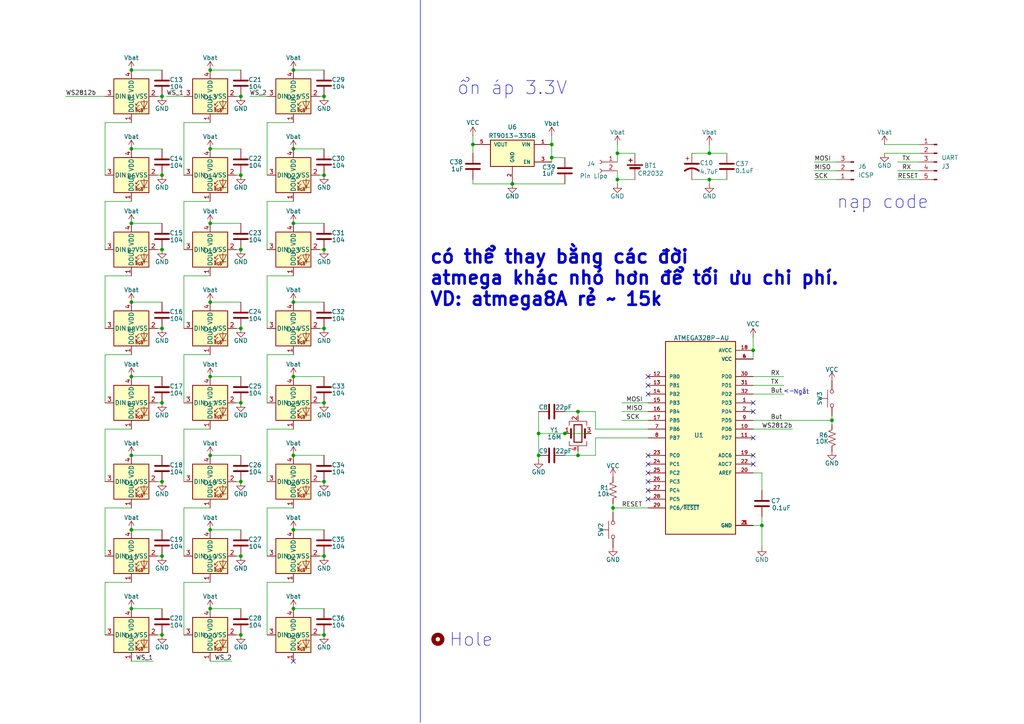
<source format=kicad_sch>
(kicad_sch (version 20231120) (generator "eeschema") (generator_version "8.0")
  (paper "A4")
  (lib_symbols
    (symbol "ATMEGA328P-AU:ATMEGA328P-AU" (pin_names (offset 1.016))
      (property "Reference" "U" (at -10.1755 29.2546 0))
      (property "Value" "ATMEGA328P-AU" (at -10.1669 -31.7714 0))
      (symbol "ATMEGA328P-AU_0_0"
        (pin bidirectional line (at 15.24 10.16 180) (length 5.08) (name "PD3") (number "1"))
        (pin bidirectional line (at 15.24 2.54 180) (length 5.08) (name "PD6") (number "10"))
        (pin bidirectional line (at 15.24 0 180) (length 5.08) (name "PD7") (number "11"))
        (pin bidirectional line (at -15.24 17.78 0) (length 5.08) (name "PB0") (number "12"))
        (pin bidirectional line (at -15.24 15.24 0) (length 5.08) (name "PB1") (number "13"))
        (pin bidirectional line (at -15.24 12.7 0) (length 5.08) (name "PB2") (number "14"))
        (pin bidirectional line (at -15.24 10.16 0) (length 5.08) (name "PB3") (number "15"))
        (pin bidirectional line (at -15.24 7.62 0) (length 5.08) (name "PB4") (number "16"))
        (pin bidirectional line (at -15.24 5.08 0) (length 5.08) (name "PB5") (number "17"))
        (pin power_in line (at 15.24 25.4 180) (length 5.08) (name "AVCC") (number "18"))
        (pin bidirectional line (at 15.24 -5.08 180) (length 5.08) (name "ADC6") (number "19"))
        (pin bidirectional line (at 15.24 7.62 180) (length 5.08) (name "PD4") (number "2"))
        (pin input line (at 15.24 -10.16 180) (length 5.08) (name "AREF") (number "20"))
        (pin power_in line (at 15.24 -25.4 180) (length 5.08) (name "GND") (number "21"))
        (pin bidirectional line (at 15.24 -7.62 180) (length 5.08) (name "ADC7") (number "22"))
        (pin bidirectional line (at -15.24 -5.08 0) (length 5.08) (name "PC0") (number "23"))
        (pin bidirectional line (at -15.24 -7.62 0) (length 5.08) (name "PC1") (number "24"))
        (pin bidirectional line (at -15.24 -10.16 0) (length 5.08) (name "PC2") (number "25"))
        (pin bidirectional line (at -15.24 -12.7 0) (length 5.08) (name "PC3") (number "26"))
        (pin bidirectional line (at -15.24 -15.24 0) (length 5.08) (name "PC4") (number "27"))
        (pin bidirectional line (at -15.24 -17.78 0) (length 5.08) (name "PC5") (number "28"))
        (pin bidirectional line (at -15.24 -20.32 0) (length 5.08) (name "PC6/~{RESET}") (number "29"))
        (pin power_in line (at 15.24 -25.4 180) (length 5.08) (name "GND") (number "3"))
        (pin bidirectional line (at 15.24 17.78 180) (length 5.08) (name "PD0") (number "30"))
        (pin bidirectional line (at 15.24 15.24 180) (length 5.08) (name "PD1") (number "31"))
        (pin bidirectional line (at 15.24 12.7 180) (length 5.08) (name "PD2") (number "32"))
        (pin power_in line (at 15.24 22.86 180) (length 5.08) (name "VCC") (number "4"))
        (pin power_in line (at 15.24 -25.4 180) (length 5.08) (name "GND") (number "5"))
        (pin power_in line (at 15.24 22.86 180) (length 5.08) (name "VCC") (number "6"))
        (pin bidirectional line (at -15.24 2.54 0) (length 5.08) (name "PB6") (number "7"))
        (pin bidirectional line (at -15.24 0 0) (length 5.08) (name "PB7") (number "8"))
        (pin bidirectional line (at 15.24 5.08 180) (length 5.08) (name "PD5") (number "9"))
      )
    )
    (symbol "Connector:Conn_01x02_Socket" (pin_names (offset 1.016) hide)
      (property "Reference" "J" (at 0 2.54 0))
      (property "Value" "Conn_01x02_Socket" (at 0 -5.08 0))
      (symbol "Conn_01x02_Socket_1_1"
        (pin passive line (at -5.08 0 0) (length 3.81) (name "Pin_1") (number "1"))
        (pin passive line (at -5.08 -2.54 0) (length 3.81) (name "Pin_2") (number "2"))
      )
    )
    (symbol "Connector:Conn_01x03_Pin" (pin_names (offset 1.016) hide)
      (property "Reference" "J" (at 0 5.08 0))
      (property "Value" "Conn_01x03_Pin" (at 0 -5.08 0))
      (symbol "Conn_01x03_Pin_1_1"
        (pin passive line (at 5.08 2.54 180) (length 3.81) (name "Pin_1") (number "1"))
        (pin passive line (at 5.08 0 180) (length 3.81) (name "Pin_2") (number "2"))
        (pin passive line (at 5.08 -2.54 180) (length 3.81) (name "Pin_3") (number "3"))
      )
    )
    (symbol "Connector:Conn_01x05_Pin" (pin_names (offset 1.016) hide)
      (property "Reference" "J" (at 0 7.62 0))
      (property "Value" "Conn_01x05_Pin" (at 0 -7.62 0))
      (symbol "Conn_01x05_Pin_1_1"
        (pin passive line (at 5.08 5.08 180) (length 3.81) (name "Pin_1") (number "1"))
        (pin passive line (at 5.08 2.54 180) (length 3.81) (name "Pin_2") (number "2"))
        (pin passive line (at 5.08 0 180) (length 3.81) (name "Pin_3") (number "3"))
        (pin passive line (at 5.08 -2.54 180) (length 3.81) (name "Pin_4") (number "4"))
        (pin passive line (at 5.08 -5.08 180) (length 3.81) (name "Pin_5") (number "5"))
      )
    )
    (symbol "Device:Battery_Cell" (pin_numbers hide) (pin_names (offset 0) hide)
      (property "Reference" "BT" (at 2.54 2.54 0))
      (property "Value" "Battery_Cell" (at 2.54 0 0))
      (symbol "Battery_Cell_1_1"
        (pin passive line (at 0 5.08 270) (length 2.54) (name "+") (number "1"))
        (pin passive line (at 0 -2.54 90) (length 2.54) (name "-") (number "2"))
      )
    )
    (symbol "Device:C" (pin_numbers hide) (pin_names (offset 0.254))
      (property "Reference" "C" (at 0.635 2.54 0))
      (property "Value" "C" (at 0.635 -2.54 0))
      (symbol "C_1_1"
        (pin passive line (at 0 3.81 270) (length 2.794) (name "~") (number "1"))
        (pin passive line (at 0 -3.81 90) (length 2.794) (name "~") (number "2"))
      )
    )
    (symbol "Device:C_Polarized_US" (pin_numbers hide) (pin_names (offset 0.254) hide)
      (property "Reference" "C" (at 0.635 2.54 0))
      (property "Value" "C_Polarized_US" (at 0.635 -2.54 0))
      (symbol "C_Polarized_US_1_1"
        (pin passive line (at 0 3.81 270) (length 2.794) (name "~") (number "1"))
        (pin passive line (at 0 -3.81 90) (length 3.302) (name "~") (number "2"))
      )
    )
    (symbol "Device:Crystal_GND24" (pin_names (offset 1.016) hide)
      (property "Reference" "Y" (at 3.175 5.08 0))
      (property "Value" "Crystal_GND24" (at 3.175 3.175 0))
      (symbol "Crystal_GND24_1_1"
        (pin passive line (at -3.81 0 0) (length 1.27) (name "1") (number "1"))
        (pin passive line (at 0 5.08 270) (length 1.27) (name "2") (number "2"))
        (pin passive line (at 3.81 0 180) (length 1.27) (name "3") (number "3"))
        (pin passive line (at 0 -5.08 90) (length 1.27) (name "4") (number "4"))
      )
    )
    (symbol "Device:R_US" (pin_numbers hide) (pin_names (offset 0))
      (property "Reference" "R" (at 2.54 0 90))
      (property "Value" "R_US" (at -2.54 0 90))
      (symbol "R_US_1_1"
        (pin passive line (at 0 3.81 270) (length 1.27) (name "~") (number "1"))
        (pin passive line (at 0 -3.81 90) (length 1.27) (name "~") (number "2"))
      )
    )
    (symbol "LED:WS2812B-2020" (pin_names (offset 0.254))
      (property "Reference" "D" (at 5.08 5.715 0))
      (property "Value" "WS2812B-2020" (at 1.27 -5.715 0))
      (symbol "WS2812B-2020_0_0"
        (text "RGB" (at 2.286 -4.191 0) (effects (font (size 0.762 0.762))))
      )
      (symbol "WS2812B-2020_1_1"
        (pin output line (at 0 -7.62 90) (length 2.54) (name "DOUT") (number "1"))
        (pin power_in line (at 7.62 0 180) (length 2.54) (name "VSS") (number "2"))
        (pin input line (at -7.62 0 0) (length 2.54) (name "DIN") (number "3"))
        (pin power_in line (at 0 7.62 270) (length 2.54) (name "VDD") (number "4"))
      )
    )
    (symbol "Mechanical:MountingHole" (pin_names (offset 1.016)) (exclude_from_sim yes) (in_bom no)
      (property "Reference" "H" (at 0 5.08 0))
      (property "Value" "MountingHole" (at 0 3.175 0))
    )
    (symbol "RT9013-33GB:RT9013-33GB" (pin_names (offset 1.016))
      (property "Reference" "U" (at -1.016 2.032 0))
      (property "Value" "RT9013-33GB" (at -6.858 -4.064 0))
      (symbol "RT9013-33GB_0_0"
        (pin power_in line (at -11.43 2.54 0) (length 5.08) (name "VIN") (number "1"))
        (pin power_in line (at 0 -8.89 90) (length 5.08) (name "GND") (number "2"))
        (pin input line (at -11.43 -2.54 0) (length 5.08) (name "EN") (number "3"))
        (pin output line (at 11.43 2.54 180) (length 5.08) (name "VOUT") (number "5"))
      )
    )
    (symbol "Switch:SW_Push" (pin_numbers hide) (pin_names (offset 1.016) hide)
      (property "Reference" "SW" (at 1.27 2.54 0))
      (property "Value" "SW_Push" (at 0 -1.524 0))
      (symbol "SW_Push_0_1"
        (pin passive line (at -5.08 0 0) (length 2.54) (name "1") (number "1"))
        (pin passive line (at 5.08 0 180) (length 2.54) (name "2") (number "2"))
      )
    )
    (symbol "power:GND" (power) (pin_numbers hide) (pin_names (offset 0) hide)
      (property "Value" "GND" (at 0 -3.81 0))
      (symbol "GND_1_1"
        (pin power_in line (at 0 0 270) (length 0) (name "~") (number "1"))
      )
    )
    (symbol "power:VBUS" (power) (pin_numbers hide) (pin_names (offset 0) hide)
      (property "Value" "VBUS" (at 0 3.556 0))
      (symbol "VBUS_1_1"
        (pin power_in line (at 0 0 90) (length 0) (name "~") (number "1"))
      )
    )
    (symbol "power:VCC" (power) (pin_numbers hide) (pin_names (offset 0) hide)
      (property "Value" "VCC" (at 0 3.556 0))
      (symbol "VCC_1_1"
        (pin power_in line (at 0 0 90) (length 0) (name "~") (number "1"))
      )
    )
  )
  (junction (at 93.98 184.15))
  (junction (at 60.96 43.18))
  (junction (at 46.99 139.7))
  (junction (at 60.96 20.32))
  (junction (at 93.98 27.94))
  (junction (at 60.96 64.77))
  (junction (at 85.09 20.32))
  (junction (at 85.09 109.22))
  (junction (at 85.09 176.53))
  (junction (at 69.85 184.15))
  (junction (at 69.85 95.25))
  (junction (at 163.83 125.73))
  (junction (at 38.1 43.18))
  (junction (at 38.1 87.63))
  (junction (at 60.96 109.22))
  (junction (at 60.96 153.67))
  (junction (at 69.85 116.84))
  (junction (at 205.74 44.45))
  (junction (at 38.1 176.53))
  (junction (at 60.96 132.08))
  (junction (at 148.59 53.34))
  (junction (at 60.96 176.53))
  (junction (at 156.21 132.08))
  (junction (at 46.99 95.25))
  (junction (at 218.44 101.6))
  (junction (at 46.99 72.39))
  (junction (at 179.07 52.07))
  (junction (at 241.3 121.92))
  (junction (at 93.98 161.29))
  (junction (at 220.98 152.4))
  (junction (at 85.09 132.08))
  (junction (at 167.64 119.38))
  (junction (at 69.85 161.29))
  (junction (at 167.64 132.08))
  (junction (at 46.99 27.94))
  (junction (at 85.09 153.67))
  (junction (at 85.09 43.18))
  (junction (at 69.85 50.8))
  (junction (at 85.09 87.63))
  (junction (at 93.98 50.8))
  (junction (at 93.98 116.84))
  (junction (at 38.1 64.77))
  (junction (at 46.99 161.29))
  (junction (at 93.98 139.7))
  (junction (at 160.02 45.72))
  (junction (at 177.8 147.32))
  (junction (at 205.74 52.07))
  (junction (at 38.1 109.22))
  (junction (at 46.99 116.84))
  (junction (at 69.85 72.39))
  (junction (at 179.07 44.45))
  (junction (at 137.16 41.91))
  (junction (at 38.1 132.08))
  (junction (at 85.09 64.77))
  (junction (at 38.1 20.32))
  (junction (at 160.02 41.91))
  (junction (at 38.1 153.67))
  (junction (at 93.98 95.25))
  (junction (at 69.85 139.7))
  (junction (at 69.85 27.94))
  (junction (at 46.99 50.8))
  (junction (at 60.96 87.63))
  (junction (at 46.99 184.15))
  (junction (at 93.98 72.39))
  (junction (at 156.21 125.73))
  (no_connect (at 218.44 127))
  (no_connect (at 85.09 191.77))
  (no_connect (at 187.96 139.7))
  (no_connect (at 187.96 144.78))
  (no_connect (at 218.44 116.84))
  (no_connect (at 218.44 132.08))
  (no_connect (at 187.96 134.62))
  (no_connect (at 187.96 109.22))
  (no_connect (at 218.44 119.38))
  (no_connect (at 187.96 114.3))
  (no_connect (at 187.96 142.24))
  (no_connect (at 218.44 134.62))
  (no_connect (at 187.96 132.08))
  (no_connect (at 187.96 137.16))
  (no_connect (at 187.96 111.76))
  (wire (pts (xy 218.44 109.22) (xy 227.33 109.22)))
  (wire (pts (xy 38.1 102.87) (xy 30.48 102.87)))
  (wire (pts (xy 38.1 153.67) (xy 46.99 153.67)))
  (wire (pts (xy 218.44 101.6) (xy 218.44 104.14)))
  (wire (pts (xy 30.48 80.01) (xy 30.48 95.25)))
  (wire (pts (xy 85.09 109.22) (xy 93.98 109.22)))
  (wire (pts (xy 53.34 124.46) (xy 53.34 139.7)))
  (wire (pts (xy 77.47 168.91) (xy 77.47 184.15)))
  (wire (pts (xy 180.34 119.38) (xy 187.96 119.38)))
  (wire (pts (xy 38.1 124.46) (xy 30.48 124.46)))
  (wire (pts (xy 45.72 95.25) (xy 46.99 95.25)))
  (wire (pts (xy 38.1 35.56) (xy 30.48 35.56)))
  (wire (pts (xy 30.48 147.32) (xy 30.48 161.29)))
  (wire (pts (xy 45.72 72.39) (xy 46.99 72.39)))
  (wire (pts (xy 68.58 72.39) (xy 69.85 72.39)))
  (wire (pts (xy 60.96 109.22) (xy 69.85 109.22)))
  (wire (pts (xy 200.66 52.07) (xy 205.74 52.07)))
  (wire (pts (xy 77.47 124.46) (xy 77.47 139.7)))
  (wire (pts (xy 92.71 27.94) (xy 93.98 27.94)))
  (wire (pts (xy 68.58 139.7) (xy 69.85 139.7)))
  (wire (pts (xy 19.05 27.94) (xy 30.48 27.94)))
  (wire (pts (xy 218.44 97.79) (xy 218.44 101.6)))
  (wire (pts (xy 241.3 121.92) (xy 241.3 123.19)))
  (wire (pts (xy 256.54 44.45) (xy 266.7 44.45)))
  (wire (pts (xy 163.83 125.73) (xy 171.45 125.73)))
  (wire (pts (xy 260.35 52.07) (xy 266.7 52.07)))
  (wire (pts (xy 205.74 44.45) (xy 200.66 44.45)))
  (wire (pts (xy 53.34 35.56) (xy 53.34 50.8)))
  (wire (pts (xy 38.1 58.42) (xy 30.48 58.42)))
  (wire (pts (xy 220.98 152.4) (xy 218.44 152.4)))
  (wire (pts (xy 179.07 49.53) (xy 179.07 52.07)))
  (wire (pts (xy 53.34 102.87) (xy 53.34 116.84)))
  (wire (pts (xy 160.02 41.91) (xy 160.02 45.72)))
  (wire (pts (xy 172.72 124.46) (xy 187.96 124.46)))
  (wire (pts (xy 45.72 116.84) (xy 46.99 116.84)))
  (wire (pts (xy 60.96 87.63) (xy 69.85 87.63)))
  (wire (pts (xy 77.47 35.56) (xy 77.47 50.8)))
  (wire (pts (xy 92.71 50.8) (xy 93.98 50.8)))
  (wire (pts (xy 30.48 102.87) (xy 30.48 116.84)))
  (wire (pts (xy 179.07 53.34) (xy 179.07 52.07)))
  (wire (pts (xy 236.22 46.99) (xy 242.57 46.99)))
  (wire (pts (xy 30.48 124.46) (xy 30.48 139.7)))
  (wire (pts (xy 160.02 45.72) (xy 160.02 46.99)))
  (wire (pts (xy 68.58 95.25) (xy 69.85 95.25)))
  (wire (pts (xy 163.83 53.34) (xy 148.59 53.34)))
  (wire (pts (xy 45.72 161.29) (xy 46.99 161.29)))
  (wire (pts (xy 45.72 50.8) (xy 46.99 50.8)))
  (wire (pts (xy 156.21 125.73) (xy 156.21 132.08)))
  (wire (pts (xy 38.1 176.53) (xy 46.99 176.53)))
  (wire (pts (xy 72.39 27.94) (xy 77.47 27.94)))
  (wire (pts (xy 156.21 125.73) (xy 163.83 125.73)))
  (wire (pts (xy 53.34 58.42) (xy 53.34 72.39)))
  (wire (pts (xy 256.54 41.91) (xy 266.7 41.91)))
  (wire (pts (xy 38.1 80.01) (xy 30.48 80.01)))
  (wire (pts (xy 38.1 168.91) (xy 30.48 168.91)))
  (wire (pts (xy 160.02 39.37) (xy 160.02 41.91)))
  (wire (pts (xy 172.72 124.46) (xy 172.72 119.38)))
  (wire (pts (xy 60.96 168.91) (xy 53.34 168.91)))
  (wire (pts (xy 85.09 124.46) (xy 77.47 124.46)))
  (wire (pts (xy 92.71 161.29) (xy 93.98 161.29)))
  (wire (pts (xy 53.34 168.91) (xy 53.34 184.15)))
  (wire (pts (xy 38.1 132.08) (xy 46.99 132.08)))
  (wire (pts (xy 92.71 72.39) (xy 93.98 72.39)))
  (wire (pts (xy 85.09 20.32) (xy 93.98 20.32)))
  (wire (pts (xy 180.34 121.92) (xy 187.96 121.92)))
  (wire (pts (xy 38.1 64.77) (xy 46.99 64.77)))
  (wire (pts (xy 220.98 137.16) (xy 218.44 137.16)))
  (wire (pts (xy 180.34 116.84) (xy 187.96 116.84)))
  (wire (pts (xy 60.96 43.18) (xy 69.85 43.18)))
  (wire (pts (xy 85.09 64.77) (xy 93.98 64.77)))
  (wire (pts (xy 77.47 58.42) (xy 77.47 72.39)))
  (wire (pts (xy 85.09 43.18) (xy 93.98 43.18)))
  (polyline (pts (xy 121.92 0) (xy 121.92 209.55)))
  (wire (pts (xy 53.34 147.32) (xy 53.34 161.29)))
  (wire (pts (xy 60.96 124.46) (xy 53.34 124.46)))
  (wire (pts (xy 53.34 80.01) (xy 53.34 95.25)))
  (wire (pts (xy 85.09 58.42) (xy 77.47 58.42)))
  (wire (pts (xy 38.1 87.63) (xy 46.99 87.63)))
  (wire (pts (xy 179.07 52.07) (xy 184.15 52.07)))
  (wire (pts (xy 236.22 52.07) (xy 242.57 52.07)))
  (wire (pts (xy 38.1 20.32) (xy 46.99 20.32)))
  (wire (pts (xy 68.58 27.94) (xy 69.85 27.94)))
  (wire (pts (xy 48.26 27.94) (xy 53.34 27.94)))
  (wire (pts (xy 179.07 46.99) (xy 179.07 44.45)))
  (wire (pts (xy 38.1 147.32) (xy 30.48 147.32)))
  (wire (pts (xy 137.16 39.37) (xy 137.16 41.91)))
  (wire (pts (xy 60.96 176.53) (xy 69.85 176.53)))
  (wire (pts (xy 77.47 147.32) (xy 77.47 161.29)))
  (wire (pts (xy 68.58 116.84) (xy 69.85 116.84)))
  (wire (pts (xy 30.48 58.42) (xy 30.48 72.39)))
  (wire (pts (xy 85.09 168.91) (xy 77.47 168.91)))
  (wire (pts (xy 60.96 80.01) (xy 53.34 80.01)))
  (wire (pts (xy 167.64 119.38) (xy 172.72 119.38)))
  (wire (pts (xy 177.8 146.05) (xy 177.8 147.32)))
  (wire (pts (xy 38.1 43.18) (xy 46.99 43.18)))
  (wire (pts (xy 92.71 95.25) (xy 93.98 95.25)))
  (wire (pts (xy 92.71 116.84) (xy 93.98 116.84)))
  (wire (pts (xy 137.16 44.45) (xy 137.16 41.91)))
  (wire (pts (xy 218.44 121.92) (xy 241.3 121.92)))
  (wire (pts (xy 179.07 44.45) (xy 184.15 44.45)))
  (wire (pts (xy 156.21 132.08) (xy 156.21 133.35)))
  (wire (pts (xy 220.98 142.24) (xy 220.98 137.16)))
  (wire (pts (xy 163.83 132.08) (xy 167.64 132.08)))
  (wire (pts (xy 172.72 127) (xy 172.72 132.08)))
  (wire (pts (xy 60.96 132.08) (xy 69.85 132.08)))
  (wire (pts (xy 179.07 41.91) (xy 179.07 44.45)))
  (wire (pts (xy 241.3 120.65) (xy 241.3 121.92)))
  (wire (pts (xy 137.16 53.34) (xy 148.59 53.34)))
  (wire (pts (xy 85.09 35.56) (xy 77.47 35.56)))
  (wire (pts (xy 60.96 35.56) (xy 53.34 35.56)))
  (wire (pts (xy 60.96 147.32) (xy 53.34 147.32)))
  (wire (pts (xy 77.47 80.01) (xy 77.47 95.25)))
  (wire (pts (xy 85.09 176.53) (xy 93.98 176.53)))
  (wire (pts (xy 85.09 132.08) (xy 93.98 132.08)))
  (wire (pts (xy 68.58 184.15) (xy 69.85 184.15)))
  (wire (pts (xy 137.16 53.34) (xy 137.16 52.07)))
  (wire (pts (xy 220.98 149.86) (xy 220.98 152.4)))
  (wire (pts (xy 45.72 139.7) (xy 46.99 139.7)))
  (wire (pts (xy 85.09 147.32) (xy 77.47 147.32)))
  (wire (pts (xy 85.09 153.67) (xy 93.98 153.67)))
  (wire (pts (xy 167.64 130.81) (xy 167.64 132.08)))
  (wire (pts (xy 38.1 109.22) (xy 46.99 109.22)))
  (wire (pts (xy 220.98 152.4) (xy 220.98 158.75)))
  (wire (pts (xy 60.96 64.77) (xy 69.85 64.77)))
  (wire (pts (xy 60.96 191.77) (xy 67.31 191.77)))
  (wire (pts (xy 60.96 20.32) (xy 69.85 20.32)))
  (wire (pts (xy 30.48 35.56) (xy 30.48 50.8)))
  (wire (pts (xy 68.58 161.29) (xy 69.85 161.29)))
  (wire (pts (xy 156.21 119.38) (xy 156.21 125.73)))
  (wire (pts (xy 205.74 53.34) (xy 205.74 52.07)))
  (wire (pts (xy 236.22 49.53) (xy 242.57 49.53)))
  (wire (pts (xy 260.35 46.99) (xy 266.7 46.99)))
  (wire (pts (xy 205.74 52.07) (xy 210.82 52.07)))
  (wire (pts (xy 45.72 184.15) (xy 46.99 184.15)))
  (wire (pts (xy 172.72 127) (xy 187.96 127)))
  (wire (pts (xy 85.09 102.87) (xy 77.47 102.87)))
  (wire (pts (xy 38.1 191.77) (xy 44.45 191.77)))
  (wire (pts (xy 163.83 45.72) (xy 160.02 45.72)))
  (wire (pts (xy 77.47 102.87) (xy 77.47 116.84)))
  (wire (pts (xy 163.83 119.38) (xy 167.64 119.38)))
  (wire (pts (xy 92.71 139.7) (xy 93.98 139.7)))
  (wire (pts (xy 177.8 147.32) (xy 187.96 147.32)))
  (wire (pts (xy 260.35 49.53) (xy 266.7 49.53)))
  (wire (pts (xy 205.74 41.91) (xy 205.74 44.45)))
  (wire (pts (xy 218.44 124.46) (xy 229.87 124.46)))
  (wire (pts (xy 60.96 153.67) (xy 69.85 153.67)))
  (wire (pts (xy 85.09 87.63) (xy 93.98 87.63)))
  (wire (pts (xy 218.44 111.76) (xy 227.33 111.76)))
  (wire (pts (xy 45.72 27.94) (xy 46.99 27.94)))
  (wire (pts (xy 60.96 58.42) (xy 53.34 58.42)))
  (wire (pts (xy 60.96 102.87) (xy 53.34 102.87)))
  (wire (pts (xy 205.74 44.45) (xy 210.82 44.45)))
  (wire (pts (xy 167.64 119.38) (xy 167.64 120.65)))
  (wire (pts (xy 167.64 132.08) (xy 172.72 132.08)))
  (wire (pts (xy 68.58 50.8) (xy 69.85 50.8)))
  (wire (pts (xy 92.71 184.15) (xy 93.98 184.15)))
  (wire (pts (xy 177.8 147.32) (xy 177.8 148.59)))
  (wire (pts (xy 218.44 114.3) (xy 227.33 114.3)))
  (wire (pts (xy 85.09 80.01) (xy 77.47 80.01)))
  (wire (pts (xy 30.48 168.91) (xy 30.48 184.15)))
  (text "Hole" (at 136.652 185.674 0) (effects (font (size 3.81 3.81))))
  (text "Ngắt" (at 232.41 113.792 0) (effects (font (size 1.27 1.27))))
  (text "nạp code" (at 256.032 58.674 0) (effects (font (size 3.81 3.81))))
  (text "có thể thay bằng các đời \natmega khác nhỏ hơn để tối ưu chi phí.\nVD: atmega8A rẻ ~ 15k" (at 124.46 80.772 0) (effects (font (size 3.81 3.81) (thickness 0.762) (bold yes)) (justify left)))
  (text "<-" (at 228.854 113.538 0) (effects (font (size 1.27 1.27))))
  (text "ổn áp 3.3V" (at 148.59 25.654 0) (effects (font (size 3.81 3.81))))
  (label "SCK" (at 181.61 121.92 0))
  (label "WS2812b" (at 220.98 124.46 0))
  (label "RX" (at 261.62 49.53 0))
  (label "WS_1" (at 48.26 27.94 0))
  (label "But" (at 223.52 114.3 0))
  (label "WS2812b" (at 19.05 27.94 0))
  (label "MOSI" (at 181.61 116.84 0))
  (label "TX" (at 261.62 46.99 0))
  (label "WS_2" (at 72.39 27.94 0))
  (label "RESET" (at 260.35 52.07 0))
  (label "WS_2" (at 62.23 191.77 0))
  (label "MISO" (at 181.61 119.38 0))
  (label "RX" (at 223.52 109.22 0))
  (label "But" (at 223.52 121.92 0))
  (label "SCK" (at 236.22 52.07 0))
  (label "RESET" (at 180.34 147.32 0))
  (label "MOSI" (at 236.22 46.99 0))
  (label "WS_1" (at 39.37 191.77 0))
  (label "TX" (at 223.52 111.76 0))
  (label "MISO" (at 236.22 49.53 0))
  (symbol (lib_id "Connector:Conn_01x02_Socket") (at 173.99 46.99 0) (mirror y) (unit 1)
    (property "Reference" "J4" (at 171.45 47.498 0))
    (property "Value" "Pin Lipo" (at 172.212 51.054 0))
    (property "Footprint" "2xh:JST_B2B-XH-A_LF__SN_" (effects (hide yes)))
    (property "Description" "Generic connector, single row, 01x02, script generated" (effects (hide yes)))
  )
  (symbol (lib_id "power:VBUS") (at 60.96 109.22 0) (unit 1)
    (property "Reference" "#PWR023" (effects (hide yes)))
    (property "Value" "Vbat" (at 60.96 105.664 0))
    (property "Description" "Power symbol creates a global label with name \"VBUS\"" (effects (hide yes)))
  )
  (symbol (lib_id "LED:WS2812B-2020") (at 85.09 184.15 0) (unit 1)
    (property "Reference" "D28" (at 85.09 184.404 0))
    (property "Value" "WS2812B-2020" (effects (hide yes)))
    (property "Footprint" "LED_SMD:LED_WS2812B-2020_PLCC4_2.0x2.0mm" (effects (hide yes)))
    (property "Datasheet" "https://cdn-shop.adafruit.com/product-files/4684/4684_WS2812B-2020_V1.3_EN.pdf" (effects (hide yes)))
    (property "Description" "RGB LED with integrated controller, 2.0 x 2.0 mm, 12 mA" (effects (hide yes)))
  )
  (symbol (lib_id "power:GND") (at 46.99 27.94 0) (mirror y) (unit 1)
    (property "Reference" "#PWR042" (effects (hide yes)))
    (property "Value" "GND" (at 46.99 31.496 0))
    (property "Description" "Power symbol creates a global label with name \"GND\" , ground" (effects (hide yes)))
  )
  (symbol (lib_id "power:VBUS") (at 160.02 39.37 0) (mirror y) (unit 1)
    (property "Reference" "#PWR072" (effects (hide yes)))
    (property "Value" "Vbat" (at 160.02 35.814 0))
    (property "Description" "Power symbol creates a global label with name \"VBUS\"" (effects (hide yes)))
  )
  (symbol (lib_id "Device:C") (at 69.85 46.99 180) (unit 1)
    (property "Reference" "C22" (at 75.946 45.974 0) (effects (justify left)))
    (property "Value" "104" (at 75.946 48.006 0) (effects (justify left)))
    (property "Footprint" "Capacitor_SMD:C_0603_1608Metric" (effects (hide yes)))
    (property "Description" "Unpolarized capacitor" (effects (hide yes)))
  )
  (symbol (lib_id "Device:C") (at 46.99 91.44 180) (unit 1)
    (property "Reference" "C16" (at 53.086 90.424 0) (effects (justify left)))
    (property "Value" "104" (at 53.086 92.456 0) (effects (justify left)))
    (property "Footprint" "Capacitor_SMD:C_0603_1608Metric" (effects (hide yes)))
    (property "Description" "Unpolarized capacitor" (effects (hide yes)))
  )
  (symbol (lib_id "power:VBUS") (at 38.1 64.77 0) (unit 1)
    (property "Reference" "#PWR020" (effects (hide yes)))
    (property "Value" "Vbat" (at 38.1 61.214 0))
    (property "Description" "Power symbol creates a global label with name \"VBUS\"" (effects (hide yes)))
  )
  (symbol (lib_id "power:VBUS") (at 38.1 87.63 0) (unit 1)
    (property "Reference" "#PWR021" (effects (hide yes)))
    (property "Value" "Vbat" (at 38.1 84.074 0))
    (property "Description" "Power symbol creates a global label with name \"VBUS\"" (effects (hide yes)))
  )
  (symbol (lib_id "LED:WS2812B-2020") (at 60.96 139.7 0) (unit 1)
    (property "Reference" "D18" (at 60.96 139.954 0))
    (property "Value" "WS2812B-2020" (effects (hide yes)))
    (property "Footprint" "LED_SMD:LED_WS2812B-2020_PLCC4_2.0x2.0mm" (effects (hide yes)))
    (property "Datasheet" "https://cdn-shop.adafruit.com/product-files/4684/4684_WS2812B-2020_V1.3_EN.pdf" (effects (hide yes)))
    (property "Description" "RGB LED with integrated controller, 2.0 x 2.0 mm, 12 mA" (effects (hide yes)))
  )
  (symbol (lib_id "Device:C") (at 93.98 46.99 180) (unit 1)
    (property "Reference" "C30" (at 100.076 45.974 0) (effects (justify left)))
    (property "Value" "104" (at 100.076 48.006 0) (effects (justify left)))
    (property "Footprint" "Capacitor_SMD:C_0603_1608Metric" (effects (hide yes)))
    (property "Description" "Unpolarized capacitor" (effects (hide yes)))
  )
  (symbol (lib_id "Device:C") (at 46.99 113.03 180) (unit 1)
    (property "Reference" "C17" (at 53.086 112.014 0) (effects (justify left)))
    (property "Value" "104" (at 53.086 114.046 0) (effects (justify left)))
    (property "Footprint" "Capacitor_SMD:C_0603_1608Metric" (effects (hide yes)))
    (property "Description" "Unpolarized capacitor" (effects (hide yes)))
  )
  (symbol (lib_id "Device:C") (at 93.98 113.03 180) (unit 1)
    (property "Reference" "C33" (at 100.076 112.014 0) (effects (justify left)))
    (property "Value" "104" (at 100.076 114.046 0) (effects (justify left)))
    (property "Footprint" "Capacitor_SMD:C_0603_1608Metric" (effects (hide yes)))
    (property "Description" "Unpolarized capacitor" (effects (hide yes)))
  )
  (symbol (lib_id "power:GND") (at 69.85 95.25 0) (mirror y) (unit 1)
    (property "Reference" "#PWR052" (effects (hide yes)))
    (property "Value" "GND" (at 69.85 98.806 0))
    (property "Description" "Power symbol creates a global label with name \"GND\" , ground" (effects (hide yes)))
  )
  (symbol (lib_id "Device:C") (at 93.98 91.44 180) (unit 1)
    (property "Reference" "C32" (at 100.076 90.424 0) (effects (justify left)))
    (property "Value" "104" (at 100.076 92.456 0) (effects (justify left)))
    (property "Footprint" "Capacitor_SMD:C_0603_1608Metric" (effects (hide yes)))
    (property "Description" "Unpolarized capacitor" (effects (hide yes)))
  )
  (symbol (lib_id "Switch:SW_Push") (at 177.8 153.67 90) (unit 1)
    (property "Reference" "SW2" (at 174.244 153.67 0))
    (property "Value" "RESET" (effects (hide yes)))
    (property "Footprint" "Button_Switch_SMD:SW_SPST_B3U-1000P" (effects (hide yes)))
    (property "Description" "Push button switch, generic, two pins" (effects (hide yes)))
  )
  (symbol (lib_id "LED:WS2812B-2020") (at 38.1 50.8 0) (unit 1)
    (property "Reference" "D6" (at 38.1 51.054 0))
    (property "Value" "WS2812B-2020" (effects (hide yes)))
    (property "Footprint" "LED_SMD:LED_WS2812B-2020_PLCC4_2.0x2.0mm" (effects (hide yes)))
    (property "Datasheet" "https://cdn-shop.adafruit.com/product-files/4684/4684_WS2812B-2020_V1.3_EN.pdf" (effects (hide yes)))
    (property "Description" "RGB LED with integrated controller, 2.0 x 2.0 mm, 12 mA" (effects (hide yes)))
  )
  (symbol (lib_id "power:VBUS") (at 60.96 43.18 0) (unit 1)
    (property "Reference" "#PWR027" (effects (hide yes)))
    (property "Value" "Vbat" (at 60.96 39.624 0))
    (property "Description" "Power symbol creates a global label with name \"VBUS\"" (effects (hide yes)))
  )
  (symbol (lib_id "Device:C") (at 163.83 49.53 0) (mirror x) (unit 1)
    (property "Reference" "C39" (at 157.226 48.514 0) (effects (justify left)))
    (property "Value" "1uF" (at 157.226 50.292 0) (effects (justify left)))
    (property "Footprint" "Capacitor_SMD:C_0805_2012Metric" (effects (hide yes)))
    (property "Description" "Unpolarized capacitor" (effects (hide yes)))
  )
  (symbol (lib_id "power:VCC") (at 177.8 138.43 0) (unit 1)
    (property "Reference" "#PWR08" (effects (hide yes)))
    (property "Value" "VCC" (at 177.8 135.128 0))
    (property "Description" "Power symbol creates a global label with name \"VCC\"" (effects (hide yes)))
  )
  (symbol (lib_id "power:VBUS") (at 85.09 176.53 0) (unit 1)
    (property "Reference" "#PWR040" (effects (hide yes)))
    (property "Value" "Vbat" (at 85.09 172.974 0))
    (property "Description" "Power symbol creates a global label with name \"VBUS\"" (effects (hide yes)))
  )
  (symbol (lib_id "Device:C") (at 69.85 113.03 180) (unit 1)
    (property "Reference" "C25" (at 75.946 112.014 0) (effects (justify left)))
    (property "Value" "104" (at 75.946 114.046 0) (effects (justify left)))
    (property "Footprint" "Capacitor_SMD:C_0603_1608Metric" (effects (hide yes)))
    (property "Description" "Unpolarized capacitor" (effects (hide yes)))
  )
  (symbol (lib_id "LED:WS2812B-2020") (at 38.1 139.7 0) (unit 1)
    (property "Reference" "D10" (at 38.1 139.954 0))
    (property "Value" "WS2812B-2020" (effects (hide yes)))
    (property "Footprint" "LED_SMD:LED_WS2812B-2020_PLCC4_2.0x2.0mm" (effects (hide yes)))
    (property "Datasheet" "https://cdn-shop.adafruit.com/product-files/4684/4684_WS2812B-2020_V1.3_EN.pdf" (effects (hide yes)))
    (property "Description" "RGB LED with integrated controller, 2.0 x 2.0 mm, 12 mA" (effects (hide yes)))
  )
  (symbol (lib_id "power:GND") (at 69.85 72.39 0) (mirror y) (unit 1)
    (property "Reference" "#PWR049" (effects (hide yes)))
    (property "Value" "GND" (at 69.85 75.946 0))
    (property "Description" "Power symbol creates a global label with name \"GND\" , ground" (effects (hide yes)))
  )
  (symbol (lib_id "power:GND") (at 93.98 95.25 0) (mirror y) (unit 1)
    (property "Reference" "#PWR053" (effects (hide yes)))
    (property "Value" "GND" (at 93.98 98.806 0))
    (property "Description" "Power symbol creates a global label with name \"GND\" , ground" (effects (hide yes)))
  )
  (symbol (lib_id "power:GND") (at 46.99 95.25 0) (mirror y) (unit 1)
    (property "Reference" "#PWR051" (effects (hide yes)))
    (property "Value" "GND" (at 46.99 98.806 0))
    (property "Description" "Power symbol creates a global label with name \"GND\" , ground" (effects (hide yes)))
  )
  (symbol (lib_id "Device:C") (at 93.98 180.34 180) (unit 1)
    (property "Reference" "C36" (at 100.076 179.324 0) (effects (justify left)))
    (property "Value" "104" (at 100.076 181.356 0) (effects (justify left)))
    (property "Footprint" "Capacitor_SMD:C_0603_1608Metric" (effects (hide yes)))
    (property "Description" "Unpolarized capacitor" (effects (hide yes)))
  )
  (symbol (lib_id "LED:WS2812B-2020") (at 60.96 27.94 0) (unit 1)
    (property "Reference" "D13" (at 60.96 28.194 0))
    (property "Value" "WS2812B-2020" (effects (hide yes)))
    (property "Footprint" "LED_SMD:LED_WS2812B-2020_PLCC4_2.0x2.0mm" (effects (hide yes)))
    (property "Datasheet" "https://cdn-shop.adafruit.com/product-files/4684/4684_WS2812B-2020_V1.3_EN.pdf" (effects (hide yes)))
    (property "Description" "RGB LED with integrated controller, 2.0 x 2.0 mm, 12 mA" (effects (hide yes)))
  )
  (symbol (lib_id "LED:WS2812B-2020") (at 38.1 95.25 0) (unit 1)
    (property "Reference" "D8" (at 38.1 95.504 0))
    (property "Value" "WS2812B-2020" (effects (hide yes)))
    (property "Footprint" "LED_SMD:LED_WS2812B-2020_PLCC4_2.0x2.0mm" (effects (hide yes)))
    (property "Datasheet" "https://cdn-shop.adafruit.com/product-files/4684/4684_WS2812B-2020_V1.3_EN.pdf" (effects (hide yes)))
    (property "Description" "RGB LED with integrated controller, 2.0 x 2.0 mm, 12 mA" (effects (hide yes)))
  )
  (symbol (lib_id "LED:WS2812B-2020") (at 85.09 161.29 0) (unit 1)
    (property "Reference" "D27" (at 85.09 161.544 0))
    (property "Value" "WS2812B-2020" (effects (hide yes)))
    (property "Footprint" "LED_SMD:LED_WS2812B-2020_PLCC4_2.0x2.0mm" (effects (hide yes)))
    (property "Datasheet" "https://cdn-shop.adafruit.com/product-files/4684/4684_WS2812B-2020_V1.3_EN.pdf" (effects (hide yes)))
    (property "Description" "RGB LED with integrated controller, 2.0 x 2.0 mm, 12 mA" (effects (hide yes)))
  )
  (symbol (lib_id "power:VBUS") (at 205.74 41.91 0) (mirror y) (unit 1)
    (property "Reference" "#PWR066" (effects (hide yes)))
    (property "Value" "Vbat" (at 205.74 38.354 0))
    (property "Description" "Power symbol creates a global label with name \"VBUS\"" (effects (hide yes)))
  )
  (symbol (lib_id "Switch:SW_Push") (at 241.3 115.57 90) (unit 1)
    (property "Reference" "SW3" (at 237.744 115.57 0))
    (property "Value" "MODE" (effects (hide yes)))
    (property "Footprint" "Button_Switch_SMD:SW_Tactile_SPST_NO_Straight_CK_PTS636Sx25SMTRLFS" (effects (hide yes)))
    (property "Description" "Push button switch, generic, two pins" (effects (hide yes)))
  )
  (symbol (lib_id "Connector:Conn_01x05_Pin") (at 271.78 46.99 0) (mirror y) (unit 1)
    (property "Reference" "J3" (at 273.05 48.2601 0) (effects (justify right)))
    (property "Value" "UART" (at 273.05 45.7201 0) (effects (justify right)))
    (property "Footprint" "Connector_PinHeader_2.54mm:PinHeader_1x05_P2.54mm_Vertical" (effects (hide yes)))
    (property "Description" "Generic connector, single row, 01x05, script generated" (effects (hide yes)))
  )
  (symbol (lib_id "Device:C_Polarized_US") (at 200.66 48.26 0) (unit 1)
    (property "Reference" "C10" (at 202.946 47.244 0) (effects (justify left)))
    (property "Value" "4.7uF" (at 202.946 49.784 0) (effects (justify left)))
    (property "Footprint" "Capacitor_Tantalum_SMD:CP_EIA-3216-18_Kemet-A_Pad1.58x1.35mm_HandSolder" (effects (hide yes)))
    (property "Description" "Polarized capacitor, US symbol" (effects (hide yes)))
  )
  (symbol (lib_id "power:GND") (at 46.99 161.29 0) (mirror y) (unit 1)
    (property "Reference" "#PWR060" (effects (hide yes)))
    (property "Value" "GND" (at 46.99 164.846 0))
    (property "Description" "Power symbol creates a global label with name \"GND\" , ground" (effects (hide yes)))
  )
  (symbol (lib_id "power:VBUS") (at 60.96 20.32 0) (unit 1)
    (property "Reference" "#PWR018" (effects (hide yes)))
    (property "Value" "Vbat" (at 60.96 16.764 0))
    (property "Description" "Power symbol creates a global label with name \"VBUS\"" (effects (hide yes)))
  )
  (symbol (lib_id "power:GND") (at 205.74 53.34 0) (unit 1)
    (property "Reference" "#PWR067" (effects (hide yes)))
    (property "Value" "GND" (at 205.74 56.896 0))
    (property "Description" "Power symbol creates a global label with name \"GND\" , ground" (effects (hide yes)))
  )
  (symbol (lib_id "Device:C") (at 46.99 68.58 180) (unit 1)
    (property "Reference" "C15" (at 53.086 67.564 0) (effects (justify left)))
    (property "Value" "104" (at 53.086 69.596 0) (effects (justify left)))
    (property "Footprint" "Capacitor_SMD:C_0603_1608Metric" (effects (hide yes)))
    (property "Description" "Unpolarized capacitor" (effects (hide yes)))
  )
  (symbol (lib_id "ATMEGA328P-AU:ATMEGA328P-AU") (at 203.2 127 0) (unit 1)
    (property "Reference" "U1" (at 202.692 126.238 0))
    (property "Value" "ATMEGA328P-AU" (at 203.454 98.044 0))
    (property "Footprint" "ATMEGA328P-32PIN-SMD:QFP80P900X900X120-32N" (effects (hide yes)))
    (property "MF" "Microchip" (effects (hide yes)))
    (property "MAXIMUM_PACKAGE_HEIGHT" "1.20mm" (effects (hide yes)))
    (property "Package" "TQFP-32 Microchip" (effects (hide yes)))
    (property "Price" "None" (effects (hide yes)))
    (property "Check_prices" "https://www.snapeda.com/parts/ATMEGA328P-AU/Microchip/view-part/?ref=eda" (effects (hide yes)))
    (property "STANDARD" "IPC-7351B" (effects (hide yes)))
    (property "PARTREV" "8271A" (effects (hide yes)))
    (property "SnapEDA_Link" "https://www.snapeda.com/parts/ATMEGA328P-AU/Microchip/view-part/?ref=snap" (effects (hide yes)))
    (property "MP" "ATMEGA328P-AU" (effects (hide yes)))
    (property "Purchase-URL" "https://www.snapeda.com/api/url_track_click_mouser/?unipart_id=44280&manufacturer=Microchip&part_name=ATMEGA328P-AU&search_term=None" (effects (hide yes)))
    (property "Description_1" "\nAVR AVR® ATmega Microcontroller IC 8-Bit 20MHz 32KB (16K x 16) FLASH 32-TQFP (7x7)\n" (effects (hide yes)))
    (property "Availability" "In Stock" (effects (hide yes)))
    (property "MANUFACTURER" "Microchip" (effects (hide yes)))
  )
  (symbol (lib_id "power:GND") (at 69.85 161.29 0) (mirror y) (unit 1)
    (property "Reference" "#PWR061" (effects (hide yes)))
    (property "Value" "GND" (at 69.85 164.846 0))
    (property "Description" "Power symbol creates a global label with name \"GND\" , ground" (effects (hide yes)))
  )
  (symbol (lib_id "LED:WS2812B-2020") (at 38.1 161.29 0) (unit 1)
    (property "Reference" "D11" (at 38.1 161.544 0))
    (property "Value" "WS2812B-2020" (effects (hide yes)))
    (property "Footprint" "LED_SMD:LED_WS2812B-2020_PLCC4_2.0x2.0mm" (effects (hide yes)))
    (property "Datasheet" "https://cdn-shop.adafruit.com/product-files/4684/4684_WS2812B-2020_V1.3_EN.pdf" (effects (hide yes)))
    (property "Description" "RGB LED with integrated controller, 2.0 x 2.0 mm, 12 mA" (effects (hide yes)))
  )
  (symbol (lib_id "Device:C") (at 160.02 132.08 270) (unit 1)
    (property "Reference" "C9" (at 156.21 130.81 90) (effects (justify left)))
    (property "Value" "22pF" (at 161.036 130.81 90) (effects (justify left)))
    (property "Footprint" "Capacitor_SMD:C_0805_2012Metric" (effects (hide yes)))
    (property "Description" "Unpolarized capacitor" (effects (hide yes)))
  )
  (symbol (lib_id "power:GND") (at 93.98 139.7 0) (mirror y) (unit 1)
    (property "Reference" "#PWR059" (effects (hide yes)))
    (property "Value" "GND" (at 93.98 143.256 0))
    (property "Description" "Power symbol creates a global label with name \"GND\" , ground" (effects (hide yes)))
  )
  (symbol (lib_id "power:GND") (at 220.98 158.75 0) (unit 1)
    (property "Reference" "#PWR011" (effects (hide yes)))
    (property "Value" "GND" (at 220.98 162.306 0))
    (property "Description" "Power symbol creates a global label with name \"GND\" , ground" (effects (hide yes)))
  )
  (symbol (lib_id "LED:WS2812B-2020") (at 38.1 72.39 0) (unit 1)
    (property "Reference" "D7" (at 38.1 72.644 0))
    (property "Value" "WS2812B-2020" (effects (hide yes)))
    (property "Footprint" "LED_SMD:LED_WS2812B-2020_PLCC4_2.0x2.0mm" (effects (hide yes)))
    (property "Datasheet" "https://cdn-shop.adafruit.com/product-files/4684/4684_WS2812B-2020_V1.3_EN.pdf" (effects (hide yes)))
    (property "Description" "RGB LED with integrated controller, 2.0 x 2.0 mm, 12 mA" (effects (hide yes)))
  )
  (symbol (lib_id "power:GND") (at 46.99 72.39 0) (mirror y) (unit 1)
    (property "Reference" "#PWR048" (effects (hide yes)))
    (property "Value" "GND" (at 46.99 75.946 0))
    (property "Description" "Power symbol creates a global label with name \"GND\" , ground" (effects (hide yes)))
  )
  (symbol (lib_id "LED:WS2812B-2020") (at 38.1 27.94 0) (unit 1)
    (property "Reference" "D1" (at 38.1 28.194 0))
    (property "Value" "WS2812B-2020" (effects (hide yes)))
    (property "Footprint" "LED_SMD:LED_WS2812B-2020_PLCC4_2.0x2.0mm" (effects (hide yes)))
    (property "Datasheet" "https://cdn-shop.adafruit.com/product-files/4684/4684_WS2812B-2020_V1.3_EN.pdf" (effects (hide yes)))
    (property "Description" "RGB LED with integrated controller, 2.0 x 2.0 mm, 12 mA" (effects (hide yes)))
  )
  (symbol (lib_id "Device:C") (at 69.85 180.34 180) (unit 1)
    (property "Reference" "C28" (at 75.946 179.324 0) (effects (justify left)))
    (property "Value" "104" (at 75.946 181.356 0) (effects (justify left)))
    (property "Footprint" "Capacitor_SMD:C_0603_1608Metric" (effects (hide yes)))
    (property "Description" "Unpolarized capacitor" (effects (hide yes)))
  )
  (symbol (lib_id "Device:C") (at 69.85 68.58 180) (unit 1)
    (property "Reference" "C23" (at 75.946 67.564 0) (effects (justify left)))
    (property "Value" "104" (at 75.946 69.596 0) (effects (justify left)))
    (property "Footprint" "Capacitor_SMD:C_0603_1608Metric" (effects (hide yes)))
    (property "Description" "Unpolarized capacitor" (effects (hide yes)))
  )
  (symbol (lib_id "power:GND") (at 148.59 53.34 0) (mirror y) (unit 1)
    (property "Reference" "#PWR041" (effects (hide yes)))
    (property "Value" "GND" (at 148.59 56.896 0))
    (property "Description" "Power symbol creates a global label with name \"GND\" , ground" (effects (hide yes)))
  )
  (symbol (lib_id "Connector:Conn_01x03_Pin") (at 247.65 49.53 180) (unit 1)
    (property "Reference" "J6" (at 248.92 48.2599 0) (effects (justify right)))
    (property "Value" "ICSP" (at 248.92 50.7999 0) (effects (justify right)))
    (property "Footprint" "Connector_PinHeader_2.54mm:PinHeader_1x03_P2.54mm_Vertical" (effects (hide yes)))
    (property "Description" "Generic connector, single row, 01x03, script generated" (effects (hide yes)))
  )
  (symbol (lib_id "Device:C") (at 220.98 146.05 180) (unit 1)
    (property "Reference" "C7" (at 226.314 145.288 0) (effects (justify left)))
    (property "Value" "0.1uF" (at 229.362 147.32 0) (effects (justify left)))
    (property "Footprint" "Capacitor_SMD:C_0603_1608Metric" (effects (hide yes)))
    (property "Description" "Unpolarized capacitor" (effects (hide yes)))
  )
  (symbol (lib_id "power:VBUS") (at 85.09 153.67 0) (unit 1)
    (property "Reference" "#PWR039" (effects (hide yes)))
    (property "Value" "Vbat" (at 85.09 150.114 0))
    (property "Description" "Power symbol creates a global label with name \"VBUS\"" (effects (hide yes)))
  )
  (symbol (lib_id "LED:WS2812B-2020") (at 85.09 139.7 0) (unit 1)
    (property "Reference" "D26" (at 85.09 139.954 0))
    (property "Value" "WS2812B-2020" (effects (hide yes)))
    (property "Footprint" "LED_SMD:LED_WS2812B-2020_PLCC4_2.0x2.0mm" (effects (hide yes)))
    (property "Datasheet" "https://cdn-shop.adafruit.com/product-files/4684/4684_WS2812B-2020_V1.3_EN.pdf" (effects (hide yes)))
    (property "Description" "RGB LED with integrated controller, 2.0 x 2.0 mm, 12 mA" (effects (hide yes)))
  )
  (symbol (lib_id "power:GND") (at 93.98 184.15 0) (mirror y) (unit 1)
    (property "Reference" "#PWR065" (effects (hide yes)))
    (property "Value" "GND" (at 93.98 187.706 0))
    (property "Description" "Power symbol creates a global label with name \"GND\" , ground" (effects (hide yes)))
  )
  (symbol (lib_id "power:GND") (at 46.99 116.84 0) (mirror y) (unit 1)
    (property "Reference" "#PWR054" (effects (hide yes)))
    (property "Value" "GND" (at 46.99 120.396 0))
    (property "Description" "Power symbol creates a global label with name \"GND\" , ground" (effects (hide yes)))
  )
  (symbol (lib_id "power:VBUS") (at 179.07 41.91 0) (mirror y) (unit 1)
    (property "Reference" "#PWR070" (effects (hide yes)))
    (property "Value" "Vbat" (at 179.07 38.354 0))
    (property "Description" "Power symbol creates a global label with name \"VBUS\"" (effects (hide yes)))
  )
  (symbol (lib_id "LED:WS2812B-2020") (at 38.1 116.84 0) (unit 1)
    (property "Reference" "D9" (at 38.1 117.094 0))
    (property "Value" "WS2812B-2020" (effects (hide yes)))
    (property "Footprint" "LED_SMD:LED_WS2812B-2020_PLCC4_2.0x2.0mm" (effects (hide yes)))
    (property "Datasheet" "https://cdn-shop.adafruit.com/product-files/4684/4684_WS2812B-2020_V1.3_EN.pdf" (effects (hide yes)))
    (property "Description" "RGB LED with integrated controller, 2.0 x 2.0 mm, 12 mA" (effects (hide yes)))
  )
  (symbol (lib_id "Device:C") (at 46.99 135.89 180) (unit 1)
    (property "Reference" "C18" (at 53.086 134.874 0) (effects (justify left)))
    (property "Value" "104" (at 53.086 136.906 0) (effects (justify left)))
    (property "Footprint" "Capacitor_SMD:C_0603_1608Metric" (effects (hide yes)))
    (property "Description" "Unpolarized capacitor" (effects (hide yes)))
  )
  (symbol (lib_id "power:GND") (at 46.99 184.15 0) (mirror y) (unit 1)
    (property "Reference" "#PWR063" (effects (hide yes)))
    (property "Value" "GND" (at 46.99 187.706 0))
    (property "Description" "Power symbol creates a global label with name \"GND\" , ground" (effects (hide yes)))
  )
  (symbol (lib_id "power:VBUS") (at 60.96 132.08 0) (unit 1)
    (property "Reference" "#PWR037" (effects (hide yes)))
    (property "Value" "Vbat" (at 60.96 128.524 0))
    (property "Description" "Power symbol creates a global label with name \"VBUS\"" (effects (hide yes)))
  )
  (symbol (lib_id "power:VBUS") (at 85.09 64.77 0) (unit 1)
    (property "Reference" "#PWR035" (effects (hide yes)))
    (property "Value" "Vbat" (at 85.09 61.214 0))
    (property "Description" "Power symbol creates a global label with name \"VBUS\"" (effects (hide yes)))
  )
  (symbol (lib_id "power:VBUS") (at 60.96 153.67 0) (unit 1)
    (property "Reference" "#PWR032" (effects (hide yes)))
    (property "Value" "Vbat" (at 60.96 150.114 0))
    (property "Description" "Power symbol creates a global label with name \"VBUS\"" (effects (hide yes)))
  )
  (symbol (lib_id "power:GND") (at 93.98 50.8 0) (mirror y) (unit 1)
    (property "Reference" "#PWR047" (effects (hide yes)))
    (property "Value" "GND" (at 93.98 54.356 0))
    (property "Description" "Power symbol creates a global label with name \"GND\" , ground" (effects (hide yes)))
  )
  (symbol (lib_id "Device:C") (at 46.99 46.99 180) (unit 1)
    (property "Reference" "C14" (at 53.086 45.974 0) (effects (justify left)))
    (property "Value" "104" (at 53.086 48.006 0) (effects (justify left)))
    (property "Footprint" "Capacitor_SMD:C_0603_1608Metric" (effects (hide yes)))
    (property "Description" "Unpolarized capacitor" (effects (hide yes)))
  )
  (symbol (lib_id "power:GND") (at 179.07 53.34 0) (mirror y) (unit 1)
    (property "Reference" "#PWR075" (effects (hide yes)))
    (property "Value" "GND" (at 179.07 56.896 0))
    (property "Description" "Power symbol creates a global label with name \"GND\" , ground" (effects (hide yes)))
  )
  (symbol (lib_id "power:VBUS") (at 38.1 153.67 0) (unit 1)
    (property "Reference" "#PWR024" (effects (hide yes)))
    (property "Value" "Vbat" (at 38.1 150.114 0))
    (property "Description" "Power symbol creates a global label with name \"VBUS\"" (effects (hide yes)))
  )
  (symbol (lib_id "power:VCC") (at 137.16 39.37 0) (mirror y) (unit 1)
    (property "Reference" "#PWR073" (effects (hide yes)))
    (property "Value" "VCC" (at 137.16 35.56 0))
    (property "Description" "Power symbol creates a global label with name \"VCC\"" (effects (hide yes)))
  )
  (symbol (lib_id "power:VBUS") (at 38.1 132.08 0) (unit 1)
    (property "Reference" "#PWR031" (effects (hide yes)))
    (property "Value" "Vbat" (at 38.1 128.524 0))
    (property "Description" "Power symbol creates a global label with name \"VBUS\"" (effects (hide yes)))
  )
  (symbol (lib_id "power:GND") (at 256.54 44.45 0) (unit 1)
    (property "Reference" "#PWR077" (effects (hide yes)))
    (property "Value" "GND" (at 256.54 48.006 0))
    (property "Description" "Power symbol creates a global label with name \"GND\" , ground" (effects (hide yes)))
  )
  (symbol (lib_id "power:VBUS") (at 85.09 20.32 0) (unit 1)
    (property "Reference" "#PWR026" (effects (hide yes)))
    (property "Value" "Vbat" (at 85.09 16.764 0))
    (property "Description" "Power symbol creates a global label with name \"VBUS\"" (effects (hide yes)))
  )
  (symbol (lib_id "Device:C") (at 93.98 135.89 180) (unit 1)
    (property "Reference" "C34" (at 100.076 134.874 0) (effects (justify left)))
    (property "Value" "104" (at 100.076 136.906 0) (effects (justify left)))
    (property "Footprint" "Capacitor_SMD:C_0603_1608Metric" (effects (hide yes)))
    (property "Description" "Unpolarized capacitor" (effects (hide yes)))
  )
  (symbol (lib_id "LED:WS2812B-2020") (at 60.96 161.29 0) (unit 1)
    (property "Reference" "D19" (at 60.96 161.544 0))
    (property "Value" "WS2812B-2020" (effects (hide yes)))
    (property "Footprint" "LED_SMD:LED_WS2812B-2020_PLCC4_2.0x2.0mm" (effects (hide yes)))
    (property "Datasheet" "https://cdn-shop.adafruit.com/product-files/4684/4684_WS2812B-2020_V1.3_EN.pdf" (effects (hide yes)))
    (property "Description" "RGB LED with integrated controller, 2.0 x 2.0 mm, 12 mA" (effects (hide yes)))
  )
  (symbol (lib_id "Device:C") (at 46.99 24.13 180) (unit 1)
    (property "Reference" "C13" (at 53.086 23.114 0) (effects (justify left)))
    (property "Value" "104" (at 53.086 25.146 0) (effects (justify left)))
    (property "Footprint" "Capacitor_SMD:C_0603_1608Metric" (effects (hide yes)))
    (property "Description" "Unpolarized capacitor" (effects (hide yes)))
  )
  (symbol (lib_id "power:GND") (at 93.98 161.29 0) (mirror y) (unit 1)
    (property "Reference" "#PWR062" (effects (hide yes)))
    (property "Value" "GND" (at 93.98 164.846 0))
    (property "Description" "Power symbol creates a global label with name \"GND\" , ground" (effects (hide yes)))
  )
  (symbol (lib_id "LED:WS2812B-2020") (at 85.09 116.84 0) (unit 1)
    (property "Reference" "D25" (at 85.09 117.094 0))
    (property "Value" "WS2812B-2020" (effects (hide yes)))
    (property "Footprint" "LED_SMD:LED_WS2812B-2020_PLCC4_2.0x2.0mm" (effects (hide yes)))
    (property "Datasheet" "https://cdn-shop.adafruit.com/product-files/4684/4684_WS2812B-2020_V1.3_EN.pdf" (effects (hide yes)))
    (property "Description" "RGB LED with integrated controller, 2.0 x 2.0 mm, 12 mA" (effects (hide yes)))
  )
  (symbol (lib_id "power:VBUS") (at 38.1 109.22 0) (unit 1)
    (property "Reference" "#PWR022" (effects (hide yes)))
    (property "Value" "Vbat" (at 38.1 105.664 0))
    (property "Description" "Power symbol creates a global label with name \"VBUS\"" (effects (hide yes)))
  )
  (symbol (lib_id "Device:C") (at 46.99 180.34 180) (unit 1)
    (property "Reference" "C20" (at 53.086 179.324 0) (effects (justify left)))
    (property "Value" "104" (at 53.086 181.356 0) (effects (justify left)))
    (property "Footprint" "Capacitor_SMD:C_0603_1608Metric" (effects (hide yes)))
    (property "Description" "Unpolarized capacitor" (effects (hide yes)))
  )
  (symbol (lib_id "Device:C") (at 69.85 91.44 180) (unit 1)
    (property "Reference" "C24" (at 75.946 90.424 0) (effects (justify left)))
    (property "Value" "104" (at 75.946 92.456 0) (effects (justify left)))
    (property "Footprint" "Capacitor_SMD:C_0603_1608Metric" (effects (hide yes)))
    (property "Description" "Unpolarized capacitor" (effects (hide yes)))
  )
  (symbol (lib_id "power:VBUS") (at 256.54 41.91 0) (mirror y) (unit 1)
    (property "Reference" "#PWR06" (effects (hide yes)))
    (property "Value" "Vbat" (at 256.54 38.354 0))
    (property "Description" "Power symbol creates a global label with name \"VBUS\"" (effects (hide yes)))
  )
  (symbol (lib_id "power:GND") (at 69.85 184.15 0) (mirror y) (unit 1)
    (property "Reference" "#PWR064" (effects (hide yes)))
    (property "Value" "GND" (at 69.85 187.706 0))
    (property "Description" "Power symbol creates a global label with name \"GND\" , ground" (effects (hide yes)))
  )
  (symbol (lib_id "power:GND") (at 156.21 133.35 0) (unit 1)
    (property "Reference" "#PWR012" (effects (hide yes)))
    (property "Value" "GND" (at 156.21 136.906 0))
    (property "Description" "Power symbol creates a global label with name \"GND\" , ground" (effects (hide yes)))
  )
  (symbol (lib_id "power:VBUS") (at 85.09 43.18 0) (unit 1)
    (property "Reference" "#PWR034" (effects (hide yes)))
    (property "Value" "Vbat" (at 85.09 39.624 0))
    (property "Description" "Power symbol creates a global label with name \"VBUS\"" (effects (hide yes)))
  )
  (symbol (lib_id "power:VBUS") (at 85.09 109.22 0) (unit 1)
    (property "Reference" "#PWR030" (effects (hide yes)))
    (property "Value" "Vbat" (at 85.09 105.664 0))
    (property "Description" "Power symbol creates a global label with name \"VBUS\"" (effects (hide yes)))
  )
  (symbol (lib_id "power:GND") (at 69.85 139.7 0) (mirror y) (unit 1)
    (property "Reference" "#PWR058" (effects (hide yes)))
    (property "Value" "GND" (at 69.85 143.256 0))
    (property "Description" "Power symbol creates a global label with name \"GND\" , ground" (effects (hide yes)))
  )
  (symbol (lib_id "Device:C") (at 69.85 24.13 180) (unit 1)
    (property "Reference" "C21" (at 75.946 23.114 0) (effects (justify left)))
    (property "Value" "104" (at 75.946 25.146 0) (effects (justify left)))
    (property "Footprint" "Capacitor_SMD:C_0603_1608Metric" (effects (hide yes)))
    (property "Description" "Unpolarized capacitor" (effects (hide yes)))
  )
  (symbol (lib_id "Device:C") (at 93.98 24.13 180) (unit 1)
    (property "Reference" "C29" (at 100.076 23.114 0) (effects (justify left)))
    (property "Value" "104" (at 100.076 25.146 0) (effects (justify left)))
    (property "Footprint" "Capacitor_SMD:C_0603_1608Metric" (effects (hide yes)))
    (property "Description" "Unpolarized capacitor" (effects (hide yes)))
  )
  (symbol (lib_id "power:GND") (at 69.85 27.94 0) (mirror y) (unit 1)
    (property "Reference" "#PWR043" (effects (hide yes)))
    (property "Value" "GND" (at 69.85 31.496 0))
    (property "Description" "Power symbol creates a global label with name \"GND\" , ground" (effects (hide yes)))
  )
  (symbol (lib_id "Device:R_US") (at 241.3 127 0) (mirror x) (unit 1)
    (property "Reference" "R6" (at 237.49 126.238 0) (effects (justify left)))
    (property "Value" "10K" (at 236.474 128.016 0) (effects (justify left)))
    (property "Footprint" "Resistor_SMD:R_0603_1608Metric" (effects (hide yes)))
    (property "Description" "Resistor, US symbol" (effects (hide yes)))
  )
  (symbol (lib_id "power:VBUS") (at 60.96 87.63 0) (unit 1)
    (property "Reference" "#PWR029" (effects (hide yes)))
    (property "Value" "Vbat" (at 60.96 84.074 0))
    (property "Description" "Power symbol creates a global label with name \"VBUS\"" (effects (hide yes)))
  )
  (symbol (lib_id "power:VBUS") (at 85.09 87.63 0) (unit 1)
    (property "Reference" "#PWR036" (effects (hide yes)))
    (property "Value" "Vbat" (at 85.09 84.074 0))
    (property "Description" "Power symbol creates a global label with name \"VBUS\"" (effects (hide yes)))
  )
  (symbol (lib_id "power:GND") (at 241.3 130.81 0) (unit 1)
    (property "Reference" "#PWR014" (effects (hide yes)))
    (property "Value" "GND" (at 241.3 134.366 0))
    (property "Description" "Power symbol creates a global label with name \"GND\" , ground" (effects (hide yes)))
  )
  (symbol (lib_id "LED:WS2812B-2020") (at 60.96 184.15 0) (unit 1)
    (property "Reference" "D20" (at 60.96 184.404 0))
    (property "Value" "WS2812B-2020" (effects (hide yes)))
    (property "Footprint" "LED_SMD:LED_WS2812B-2020_PLCC4_2.0x2.0mm" (effects (hide yes)))
    (property "Datasheet" "https://cdn-shop.adafruit.com/product-files/4684/4684_WS2812B-2020_V1.3_EN.pdf" (effects (hide yes)))
    (property "Description" "RGB LED with integrated controller, 2.0 x 2.0 mm, 12 mA" (effects (hide yes)))
  )
  (symbol (lib_id "power:VCC") (at 241.3 110.49 0) (unit 1)
    (property "Reference" "#PWR013" (effects (hide yes)))
    (property "Value" "VCC" (at 241.3 107.188 0))
    (property "Description" "Power symbol creates a global label with name \"VCC\"" (effects (hide yes)))
  )
  (symbol (lib_id "power:VBUS") (at 85.09 132.08 0) (unit 1)
    (property "Reference" "#PWR038" (effects (hide yes)))
    (property "Value" "Vbat" (at 85.09 128.524 0))
    (property "Description" "Power symbol creates a global label with name \"VBUS\"" (effects (hide yes)))
  )
  (symbol (lib_id "RT9013-33GB:RT9013-33GB") (at 148.59 44.45 0) (mirror y) (unit 1)
    (property "Reference" "U6" (at 148.59 36.83 0))
    (property "Value" "RT9013-33GB" (at 148.59 39.37 0))
    (property "Footprint" "RT9013-33:SOT94P279X129-5N" (effects (hide yes)))
    (property "MF" "Richtek USA" (effects (hide yes)))
    (property "MAXIMUM_PACKAGE_HEIGHT" "1.295 mm" (effects (hide yes)))
    (property "Package" "SOT-23-5 Richtek" (effects (hide yes)))
    (property "Price" "None" (effects (hide yes)))
    (property "Check_prices" "https://www.snapeda.com/parts/RT9013-33GB/Richtek+USA+Inc./view-part/?ref=eda" (effects (hide yes)))
    (property "STANDARD" "IPC 7351B" (effects (hide yes)))
    (property "PARTREV" "Aprill 2011" (effects (hide yes)))
    (property "SnapEDA_Link" "https://www.snapeda.com/parts/RT9013-33GB/Richtek+USA+Inc./view-part/?ref=snap" (effects (hide yes)))
    (property "MP" "RT9013-33GB" (effects (hide yes)))
    (property "Purchase-URL" "https://www.snapeda.com/api/url_track_click_mouser/?unipart_id=553199&manufacturer=Richtek USA&part_name=RT9013-33GB&search_term=None" (effects (hide yes)))
    (property "Description_1" "\nLinear Voltage Regulator IC Positive Fixed 1 Output 500mA TSOT-23-5\n" (effects (hide yes)))
    (property "Availability" "In Stock" (effects (hide yes)))
    (property "MANUFACTURER" "Richtek Technology" (effects (hide yes)))
  )
  (symbol (lib_id "LED:WS2812B-2020") (at 60.96 50.8 0) (unit 1)
    (property "Reference" "D14" (at 60.96 51.054 0))
    (property "Value" "WS2812B-2020" (effects (hide yes)))
    (property "Footprint" "LED_SMD:LED_WS2812B-2020_PLCC4_2.0x2.0mm" (effects (hide yes)))
    (property "Datasheet" "https://cdn-shop.adafruit.com/product-files/4684/4684_WS2812B-2020_V1.3_EN.pdf" (effects (hide yes)))
    (property "Description" "RGB LED with integrated controller, 2.0 x 2.0 mm, 12 mA" (effects (hide yes)))
  )
  (symbol (lib_id "Device:C") (at 69.85 157.48 180) (unit 1)
    (property "Reference" "C27" (at 75.946 156.464 0) (effects (justify left)))
    (property "Value" "104" (at 75.946 158.496 0) (effects (justify left)))
    (property "Footprint" "Capacitor_SMD:C_0603_1608Metric" (effects (hide yes)))
    (property "Description" "Unpolarized capacitor" (effects (hide yes)))
  )
  (symbol (lib_id "power:GND") (at 93.98 116.84 0) (mirror y) (unit 1)
    (property "Reference" "#PWR056" (effects (hide yes)))
    (property "Value" "GND" (at 93.98 120.396 0))
    (property "Description" "Power symbol creates a global label with name \"GND\" , ground" (effects (hide yes)))
  )
  (symbol (lib_id "Device:Crystal_GND24") (at 167.64 125.73 0) (unit 1)
    (property "Reference" "Y1" (at 160.782 124.714 0))
    (property "Value" "16M" (at 160.782 126.746 0))
    (property "Footprint" "Crystal:Crystal_SMD_3225-4Pin_3.2x2.5mm" (effects (hide yes)))
    (property "Description" "Four pin crystal, GND on pins 2 and 4" (effects (hide yes)))
  )
  (symbol (lib_id "power:VBUS") (at 60.96 176.53 0) (unit 1)
    (property "Reference" "#PWR033" (effects (hide yes)))
    (property "Value" "Vbat" (at 60.96 172.974 0))
    (property "Description" "Power symbol creates a global label with name \"VBUS\"" (effects (hide yes)))
  )
  (symbol (lib_id "Device:C") (at 210.82 48.26 180) (unit 1)
    (property "Reference" "C37" (at 217.17 47.498 0) (effects (justify left)))
    (property "Value" "0.1uF" (at 218.694 49.53 0) (effects (justify left)))
    (property "Footprint" "Capacitor_SMD:C_0603_1608Metric" (effects (hide yes)))
    (property "Description" "Unpolarized capacitor" (effects (hide yes)))
  )
  (symbol (lib_id "power:GND") (at 46.99 139.7 0) (mirror y) (unit 1)
    (property "Reference" "#PWR057" (effects (hide yes)))
    (property "Value" "GND" (at 46.99 143.256 0))
    (property "Description" "Power symbol creates a global label with name \"GND\" , ground" (effects (hide yes)))
  )
  (symbol (lib_id "power:VBUS") (at 38.1 20.32 0) (unit 1)
    (property "Reference" "#PWR071" (effects (hide yes)))
    (property "Value" "Vbat" (at 38.1 16.764 0))
    (property "Description" "Power symbol creates a global label with name \"VBUS\"" (effects (hide yes)))
  )
  (symbol (lib_id "Device:C") (at 69.85 135.89 180) (unit 1)
    (property "Reference" "C26" (at 75.946 134.874 0) (effects (justify left)))
    (property "Value" "104" (at 75.946 136.906 0) (effects (justify left)))
    (property "Footprint" "Capacitor_SMD:C_0603_1608Metric" (effects (hide yes)))
    (property "Description" "Unpolarized capacitor" (effects (hide yes)))
  )
  (symbol (lib_id "LED:WS2812B-2020") (at 85.09 95.25 0) (unit 1)
    (property "Reference" "D24" (at 85.09 95.504 0))
    (property "Value" "WS2812B-2020" (effects (hide yes)))
    (property "Footprint" "LED_SMD:LED_WS2812B-2020_PLCC4_2.0x2.0mm" (effects (hide yes)))
    (property "Datasheet" "https://cdn-shop.adafruit.com/product-files/4684/4684_WS2812B-2020_V1.3_EN.pdf" (effects (hide yes)))
    (property "Description" "RGB LED with integrated controller, 2.0 x 2.0 mm, 12 mA" (effects (hide yes)))
  )
  (symbol (lib_id "power:GND") (at 177.8 158.75 0) (unit 1)
    (property "Reference" "#PWR07" (effects (hide yes)))
    (property "Value" "GND" (at 177.8 162.306 0))
    (property "Description" "Power symbol creates a global label with name \"GND\" , ground" (effects (hide yes)))
  )
  (symbol (lib_id "Device:C") (at 93.98 157.48 180) (unit 1)
    (property "Reference" "C35" (at 100.076 156.464 0) (effects (justify left)))
    (property "Value" "104" (at 100.076 158.496 0) (effects (justify left)))
    (property "Footprint" "Capacitor_SMD:C_0603_1608Metric" (effects (hide yes)))
    (property "Description" "Unpolarized capacitor" (effects (hide yes)))
  )
  (symbol (lib_id "power:VBUS") (at 38.1 43.18 0) (unit 1)
    (property "Reference" "#PWR019" (effects (hide yes)))
    (property "Value" "Vbat" (at 38.1 39.624 0))
    (property "Description" "Power symbol creates a global label with name \"VBUS\"" (effects (hide yes)))
  )
  (symbol (lib_id "Device:C") (at 93.98 68.58 180) (unit 1)
    (property "Reference" "C31" (at 100.076 67.564 0) (effects (justify left)))
    (property "Value" "104" (at 100.076 69.596 0) (effects (justify left)))
    (property "Footprint" "Capacitor_SMD:C_0603_1608Metric" (effects (hide yes)))
    (property "Description" "Unpolarized capacitor" (effects (hide yes)))
  )
  (symbol (lib_id "LED:WS2812B-2020") (at 85.09 50.8 0) (unit 1)
    (property "Reference" "D22" (at 85.09 51.054 0))
    (property "Value" "WS2812B-2020" (effects (hide yes)))
    (property "Footprint" "LED_SMD:LED_WS2812B-2020_PLCC4_2.0x2.0mm" (effects (hide yes)))
    (property "Datasheet" "https://cdn-shop.adafruit.com/product-files/4684/4684_WS2812B-2020_V1.3_EN.pdf" (effects (hide yes)))
    (property "Description" "RGB LED with integrated controller, 2.0 x 2.0 mm, 12 mA" (effects (hide yes)))
  )
  (symbol (lib_id "LED:WS2812B-2020") (at 60.96 72.39 0) (unit 1)
    (property "Reference" "D15" (at 60.96 72.644 0))
    (property "Value" "WS2812B-2020" (effects (hide yes)))
    (property "Footprint" "LED_SMD:LED_WS2812B-2020_PLCC4_2.0x2.0mm" (effects (hide yes)))
    (property "Datasheet" "https://cdn-shop.adafruit.com/product-files/4684/4684_WS2812B-2020_V1.3_EN.pdf" (effects (hide yes)))
    (property "Description" "RGB LED with integrated controller, 2.0 x 2.0 mm, 12 mA" (effects (hide yes)))
  )
  (symbol (lib_id "Device:C") (at 137.16 48.26 0) (mirror x) (unit 1)
    (property "Reference" "C38" (at 130.302 46.99 0) (effects (justify left)))
    (property "Value" "1uF" (at 130.81 49.022 0) (effects (justify left)))
    (property "Footprint" "Capacitor_SMD:C_0805_2012Metric" (effects (hide yes)))
    (property "Description" "Unpolarized capacitor" (effects (hide yes)))
  )
  (symbol (lib_id "power:GND") (at 93.98 72.39 0) (mirror y) (unit 1)
    (property "Reference" "#PWR050" (effects (hide yes)))
    (property "Value" "GND" (at 93.98 75.946 0))
    (property "Description" "Power symbol creates a global label with name \"GND\" , ground" (effects (hide yes)))
  )
  (symbol (lib_id "power:GND") (at 93.98 27.94 0) (mirror y) (unit 1)
    (property "Reference" "#PWR044" (effects (hide yes)))
    (property "Value" "GND" (at 93.98 31.496 0))
    (property "Description" "Power symbol creates a global label with name \"GND\" , ground" (effects (hide yes)))
  )
  (symbol (lib_id "LED:WS2812B-2020") (at 38.1 184.15 0) (unit 1)
    (property "Reference" "D12" (at 38.1 184.404 0))
    (property "Value" "WS2812B-2020" (effects (hide yes)))
    (property "Footprint" "LED_SMD:LED_WS2812B-2020_PLCC4_2.0x2.0mm" (effects (hide yes)))
    (property "Datasheet" "https://cdn-shop.adafruit.com/product-files/4684/4684_WS2812B-2020_V1.3_EN.pdf" (effects (hide yes)))
    (property "Description" "RGB LED with integrated controller, 2.0 x 2.0 mm, 12 mA" (effects (hide yes)))
  )
  (symbol (lib_id "LED:WS2812B-2020") (at 85.09 72.39 0) (unit 1)
    (property "Reference" "D23" (at 85.09 72.644 0))
    (property "Value" "WS2812B-2020" (effects (hide yes)))
    (property "Footprint" "LED_SMD:LED_WS2812B-2020_PLCC4_2.0x2.0mm" (effects (hide yes)))
    (property "Datasheet" "https://cdn-shop.adafruit.com/product-files/4684/4684_WS2812B-2020_V1.3_EN.pdf" (effects (hide yes)))
    (property "Description" "RGB LED with integrated controller, 2.0 x 2.0 mm, 12 mA" (effects (hide yes)))
  )
  (symbol (lib_id "Mechanical:MountingHole") (at 127 185.42 0) (unit 1) (exclude_from_sim yes) (in_bom no)
    (property "Reference" "H1" (effects (hide yes)))
    (property "Value" "HOLE" (effects (hide yes)))
    (property "Footprint" "MountingHole:MountingHole_3.2mm_M3" (effects (hide yes)))
    (property "Description" "Mounting Hole without connection" (effects (hide yes)))
  )
  (symbol (lib_id "Device:R_US") (at 177.8 142.24 0) (mirror x) (unit 1)
    (property "Reference" "R1" (at 173.99 141.478 0) (effects (justify left)))
    (property "Value" "10k" (at 173.228 143.256 0) (effects (justify left)))
    (property "Footprint" "Resistor_SMD:R_0603_1608Metric" (effects (hide yes)))
    (property "Description" "Resistor, US symbol" (effects (hide yes)))
  )
  (symbol (lib_id "power:VBUS") (at 60.96 64.77 0) (unit 1)
    (property "Reference" "#PWR028" (effects (hide yes)))
    (property "Value" "Vbat" (at 60.96 61.214 0))
    (property "Description" "Power symbol creates a global label with name \"VBUS\"" (effects (hide yes)))
  )
  (symbol (lib_id "power:VBUS") (at 38.1 176.53 0) (unit 1)
    (property "Reference" "#PWR025" (effects (hide yes)))
    (property "Value" "Vbat" (at 38.1 172.974 0))
    (property "Description" "Power symbol creates a global label with name \"VBUS\"" (effects (hide yes)))
  )
  (symbol (lib_id "power:GND") (at 69.85 50.8 0) (mirror y) (unit 1)
    (property "Reference" "#PWR046" (effects (hide yes)))
    (property "Value" "GND" (at 69.85 54.356 0))
    (property "Description" "Power symbol creates a global label with name \"GND\" , ground" (effects (hide yes)))
  )
  (symbol (lib_id "Device:Battery_Cell") (at 184.15 49.53 0) (mirror y) (unit 1)
    (property "Reference" "BT1" (at 190.5 48.006 0) (effects (justify left)))
    (property "Value" "CR2032" (at 192.532 50.292 0) (effects (justify left)))
    (property "Footprint" "Battery:BatteryHolder_MPD_BC2003_1x2032" (effects (hide yes)))
    (property "Description" "Single-cell battery" (effects (hide yes)))
  )
  (symbol (lib_id "power:GND") (at 46.99 50.8 0) (mirror y) (unit 1)
    (property "Reference" "#PWR045" (effects (hide yes)))
    (property "Value" "GND" (at 46.99 54.356 0))
    (property "Description" "Power symbol creates a global label with name \"GND\" , ground" (effects (hide yes)))
  )
  (symbol (lib_id "power:VCC") (at 218.44 97.79 0) (unit 1)
    (property "Reference" "#PWR02" (effects (hide yes)))
    (property "Value" "VCC" (at 218.44 93.98 0))
    (property "Description" "Power symbol creates a global label with name \"VCC\"" (effects (hide yes)))
  )
  (symbol (lib_id "Device:C") (at 46.99 157.48 180) (unit 1)
    (property "Reference" "C19" (at 53.086 156.464 0) (effects (justify left)))
    (property "Value" "104" (at 53.086 158.496 0) (effects (justify left)))
    (property "Footprint" "Capacitor_SMD:C_0603_1608Metric" (effects (hide yes)))
    (property "Description" "Unpolarized capacitor" (effects (hide yes)))
  )
  (symbol (lib_id "LED:WS2812B-2020") (at 60.96 116.84 0) (unit 1)
    (property "Reference" "D17" (at 60.96 117.094 0))
    (property "Value" "WS2812B-2020" (effects (hide yes)))
    (property "Footprint" "LED_SMD:LED_WS2812B-2020_PLCC4_2.0x2.0mm" (effects (hide yes)))
    (property "Datasheet" "https://cdn-shop.adafruit.com/product-files/4684/4684_WS2812B-2020_V1.3_EN.pdf" (effects (hide yes)))
    (property "Description" "RGB LED with integrated controller, 2.0 x 2.0 mm, 12 mA" (effects (hide yes)))
  )
  (symbol (lib_id "LED:WS2812B-2020") (at 60.96 95.25 0) (unit 1)
    (property "Reference" "D16" (at 60.96 95.504 0))
    (property "Value" "WS2812B-2020" (effects (hide yes)))
    (property "Footprint" "LED_SMD:LED_WS2812B-2020_PLCC4_2.0x2.0mm" (effects (hide yes)))
    (property "Datasheet" "https://cdn-shop.adafruit.com/product-files/4684/4684_WS2812B-2020_V1.3_EN.pdf" (effects (hide yes)))
    (property "Description" "RGB LED with integrated controller, 2.0 x 2.0 mm, 12 mA" (effects (hide yes)))
  )
  (symbol (lib_id "LED:WS2812B-2020") (at 85.09 27.94 0) (unit 1)
    (property "Reference" "D21" (at 85.09 28.194 0))
    (property "Value" "WS2812B-2020" (effects (hide yes)))
    (property "Footprint" "LED_SMD:LED_WS2812B-2020_PLCC4_2.0x2.0mm" (effects (hide yes)))
    (property "Datasheet" "https://cdn-shop.adafruit.com/product-files/4684/4684_WS2812B-2020_V1.3_EN.pdf" (effects (hide yes)))
    (property "Description" "RGB LED with integrated controller, 2.0 x 2.0 mm, 12 mA" (effects (hide yes)))
  )
  (symbol (lib_id "Device:C") (at 160.02 119.38 270) (unit 1)
    (property "Reference" "C8" (at 156.21 118.11 90) (effects (justify left)))
    (property "Value" "22pF" (at 161.036 118.11 90) (effects (justify left)))
    (property "Footprint" "Capacitor_SMD:C_0805_2012Metric" (effects (hide yes)))
    (property "Description" "Unpolarized capacitor" (effects (hide yes)))
  )
  (symbol (lib_id "power:GND") (at 69.85 116.84 0) (mirror y) (unit 1)
    (property "Reference" "#PWR055" (effects (hide yes)))
    (property "Value" "GND" (at 69.85 120.396 0))
    (property "Description" "Power symbol creates a global label with name \"GND\" , ground" (effects (hide yes)))
  )
)
</source>
